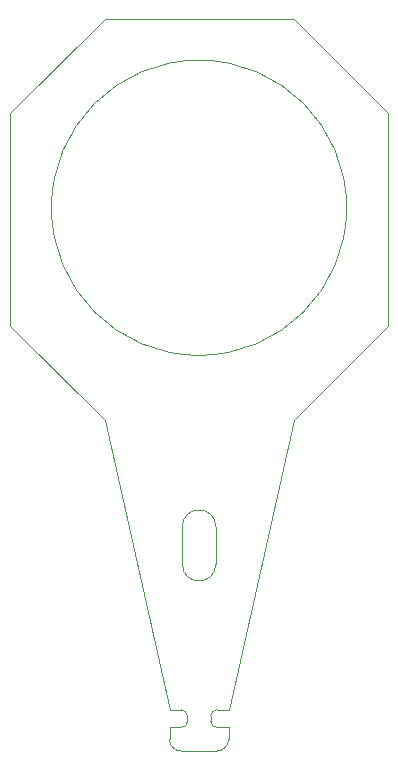
<source format=gbr>
%TF.GenerationSoftware,KiCad,Pcbnew,6.0.9-8da3e8f707~117~ubuntu22.04.1*%
%TF.CreationDate,2022-12-19T13:03:23+01:00*%
%TF.ProjectId,grid_service_tool,67726964-5f73-4657-9276-6963655f746f,rev?*%
%TF.SameCoordinates,Original*%
%TF.FileFunction,Profile,NP*%
%FSLAX46Y46*%
G04 Gerber Fmt 4.6, Leading zero omitted, Abs format (unit mm)*
G04 Created by KiCad (PCBNEW 6.0.9-8da3e8f707~117~ubuntu22.04.1) date 2022-12-19 13:03:23*
%MOMM*%
%LPD*%
G01*
G04 APERTURE LIST*
%TA.AperFunction,Profile*%
%ADD10C,0.100000*%
%TD*%
%TA.AperFunction,Profile*%
%ADD11C,0.050000*%
%TD*%
G04 APERTURE END LIST*
D10*
X101500000Y-102500000D02*
X102500000Y-102500000D01*
X101500000Y-104000000D02*
X102500000Y-104000000D01*
X101000000Y-103500000D02*
X101000000Y-103000000D01*
X101000000Y-103500000D02*
G75*
G03*
X101500000Y-104000000I500000J0D01*
G01*
X101500000Y-102500000D02*
G75*
G03*
X101000000Y-103000000I0J-500000D01*
G01*
X98500000Y-104000000D02*
G75*
G03*
X99000000Y-103500000I0J500000D01*
G01*
X99000000Y-103000000D02*
G75*
G03*
X98500000Y-102500000I-500000J0D01*
G01*
X116000000Y-70000000D02*
X108000000Y-78000000D01*
X92000000Y-78000000D02*
X84000000Y-70000000D01*
X108000000Y-44000000D02*
X116000000Y-52000000D01*
X92000000Y-44000000D02*
X84000000Y-52000000D01*
X108000000Y-44000000D02*
X92000000Y-44000000D01*
X84000000Y-70000000D02*
X84000000Y-52000000D01*
X116000000Y-70000000D02*
X116000000Y-52000000D01*
X108000000Y-78000000D02*
X102500000Y-102500000D01*
X92000000Y-78000000D02*
X97500000Y-102500000D01*
X112500000Y-60000000D02*
G75*
G03*
X112500000Y-60000000I-12500000J0D01*
G01*
X98500000Y-102500000D02*
X97500000Y-102500000D01*
X98500000Y-106000000D02*
X101500000Y-106000000D01*
X101500000Y-106000000D02*
G75*
G03*
X102500000Y-105000000I1J999999D01*
G01*
X97500000Y-105000000D02*
G75*
G03*
X98500000Y-106000000I1000000J0D01*
G01*
X102500000Y-105000000D02*
X102500000Y-104000000D01*
X97500000Y-104000000D02*
X97500000Y-105000000D01*
X98500000Y-104000000D02*
X97500000Y-104000000D01*
X99000000Y-103000000D02*
X99000000Y-103500000D01*
D11*
X98585786Y-88585786D02*
X98585786Y-90171572D01*
X101414222Y-88585786D02*
X101414222Y-90171572D01*
X101414222Y-88585786D02*
X101414222Y-87000000D01*
X101414222Y-87000000D02*
G75*
G03*
X98585786Y-87000000I-1414218J0D01*
G01*
X98585786Y-90171572D02*
G75*
G03*
X101414222Y-90171572I1414218J0D01*
G01*
X98585786Y-88585786D02*
X98585786Y-87000000D01*
M02*

</source>
